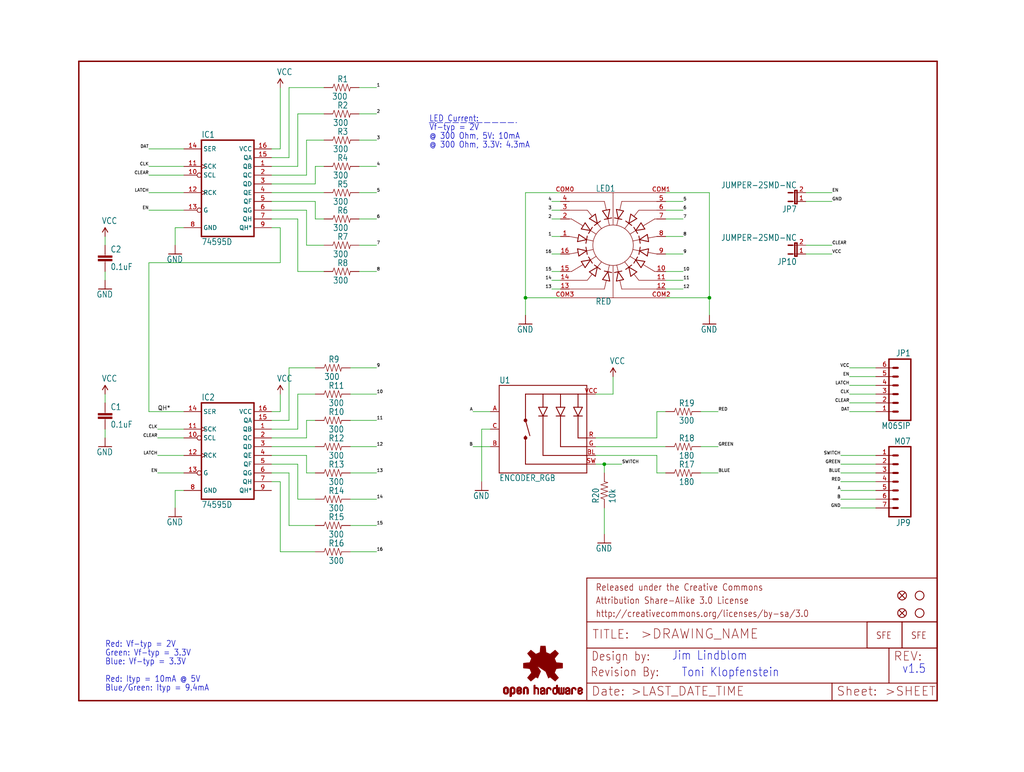
<source format=kicad_sch>
(kicad_sch (version 20211123) (generator eeschema)
  (paper "User" 297.002 223.926)
  (lib_symbols
    (symbol "eagleSchem-eagle-import:0.1UF-25V(+80{slash}-20%)(0603)"
      (property "Reference" "C" (at 1.524 2.921 0))
      (property "Value" "0.1UF-25V(+80{slash}-20%)(0603)" (at 1.524 -2.159 0))
      (symbol "0.1UF-25V(+80{slash}-20%)(0603)_1_0"
        (pin passive line (at 0 5.08 270) (length 2.54) (name "1") (number "1"))
        (pin passive line (at 0 -2.54 90) (length 2.54) (name "2") (number "2"))
      )
    )
    (symbol "eagleSchem-eagle-import:10KOHM1{slash}10W1%(0603)0603"
      (property "Reference" "R" (at -3.81 1.4986 0))
      (property "Value" "10KOHM1{slash}10W1%(0603)0603" (at -3.81 -3.302 0))
      (symbol "10KOHM1{slash}10W1%(0603)0603_1_0"
        (pin passive line (at -5.08 0 0) (length 2.54) (name "1") (number "1"))
        (pin passive line (at 5.08 0 180) (length 2.54) (name "2") (number "2"))
      )
    )
    (symbol "eagleSchem-eagle-import:180OHM1{slash}10W1%(0603)"
      (property "Reference" "R" (at -3.81 1.4986 0))
      (property "Value" "180OHM1{slash}10W1%(0603)" (at -3.81 -3.302 0))
      (symbol "180OHM1{slash}10W1%(0603)_1_0"
        (pin passive line (at -5.08 0 0) (length 2.54) (name "1") (number "1"))
        (pin passive line (at 5.08 0 180) (length 2.54) (name "2") (number "2"))
      )
    )
    (symbol "eagleSchem-eagle-import:300OHM-1{slash}10W-1%(0603)"
      (property "Reference" "R" (at -3.81 1.4986 0))
      (property "Value" "300OHM-1{slash}10W-1%(0603)" (at -3.81 -3.302 0))
      (symbol "300OHM-1{slash}10W-1%(0603)_1_0"
        (pin passive line (at -5.08 0 0) (length 2.54) (name "1") (number "1"))
        (pin passive line (at 5.08 0 180) (length 2.54) (name "2") (number "2"))
      )
    )
    (symbol "eagleSchem-eagle-import:74595D"
      (property "Reference" "IC" (at -5.08 13.335 0))
      (property "Value" "74595D" (at -5.08 -17.78 0))
      (symbol "74595D_1_0"
        (pin tri_state line (at 15.24 5.08 180) (length 5.08) (name "QB") (number "1"))
        (pin input inverted (at -10.16 2.54 0) (length 5.08) (name "SCL") (number "10"))
        (pin input clock (at -10.16 5.08 0) (length 5.08) (name "SCK") (number "11"))
        (pin input clock (at -10.16 -2.54 0) (length 5.08) (name "RCK") (number "12"))
        (pin input inverted (at -10.16 -7.62 0) (length 5.08) (name "G") (number "13"))
        (pin input line (at -10.16 10.16 0) (length 5.08) (name "SER") (number "14"))
        (pin tri_state line (at 15.24 7.62 180) (length 5.08) (name "QA") (number "15"))
        (pin power_in line (at 15.24 10.16 180) (length 5.08) (name "VCC") (number "16"))
        (pin tri_state line (at 15.24 2.54 180) (length 5.08) (name "QC") (number "2"))
        (pin tri_state line (at 15.24 0 180) (length 5.08) (name "QD") (number "3"))
        (pin tri_state line (at 15.24 -2.54 180) (length 5.08) (name "QE") (number "4"))
        (pin tri_state line (at 15.24 -5.08 180) (length 5.08) (name "QF") (number "5"))
        (pin tri_state line (at 15.24 -7.62 180) (length 5.08) (name "QG") (number "6"))
        (pin tri_state line (at 15.24 -10.16 180) (length 5.08) (name "QH") (number "7"))
        (pin power_in line (at -10.16 -12.7 0) (length 5.08) (name "GND") (number "8"))
        (pin tri_state line (at 15.24 -12.7 180) (length 5.08) (name "QH*") (number "9"))
      )
    )
    (symbol "eagleSchem-eagle-import:ENCODER_RGB"
      (property "Reference" "U" (at -12.7 13.208 0))
      (property "Value" "ENCODER_RGB" (at -12.7 -15.113 0))
      (symbol "ENCODER_RGB_1_0"
        (pin bidirectional line (at -15.24 5.08 0) (length 2.54) (name "A") (number "A"))
        (pin bidirectional line (at -15.24 -5.08 0) (length 2.54) (name "B") (number "B"))
        (pin passive line (at 15.24 -7.62 180) (length 2.54) (name "BL") (number "BL"))
        (pin bidirectional line (at -15.24 0 0) (length 2.54) (name "C") (number "C"))
        (pin passive line (at 15.24 -5.08 180) (length 2.54) (name "G") (number "G"))
        (pin passive line (at 15.24 -2.54 180) (length 2.54) (name "R") (number "R"))
        (pin passive line (at 15.24 -10.16 180) (length 2.54) (name "SW") (number "SW"))
        (pin passive line (at 15.24 10.16 180) (length 2.54) (name "VCC") (number "VCC"))
      )
    )
    (symbol "eagleSchem-eagle-import:FIDUCIAL1X2.5")
    (symbol "eagleSchem-eagle-import:FRAME-LETTER"
      (symbol "FRAME-LETTER_2_0"
        (text ">DRAWING_NAME" (at 15.494 17.78 0) (effects (font (size 2.7432 2.7432)) (justify left bottom)))
        (text ">LAST_DATE_TIME" (at 12.7 1.27 0) (effects (font (size 2.54 2.54)) (justify left bottom)))
        (text ">SHEET" (at 86.36 1.27 0) (effects (font (size 2.54 2.54)) (justify left bottom)))
        (text "Attribution Share-Alike 3.0 License" (at 2.54 27.94 0) (effects (font (size 1.9304 1.6408)) (justify left bottom)))
        (text "Date:" (at 1.27 1.27 0) (effects (font (size 2.54 2.54)) (justify left bottom)))
        (text "Design by:" (at 1.27 11.43 0) (effects (font (size 2.54 2.159)) (justify left bottom)))
        (text "http://creativecommons.org/licenses/by-sa/3.0" (at 2.54 24.13 0) (effects (font (size 1.9304 1.6408)) (justify left bottom)))
        (text "Released under the Creative Commons" (at 2.54 31.75 0) (effects (font (size 1.9304 1.6408)) (justify left bottom)))
        (text "REV:" (at 88.9 11.43 0) (effects (font (size 2.54 2.54)) (justify left bottom)))
        (text "Sheet:" (at 72.39 1.27 0) (effects (font (size 2.54 2.54)) (justify left bottom)))
        (text "TITLE:" (at 1.524 17.78 0) (effects (font (size 2.54 2.54)) (justify left bottom)))
      )
    )
    (symbol "eagleSchem-eagle-import:GND" (power)
      (property "Value" "GND" (at -2.54 -2.54 0))
      (symbol "GND_1_0"
        (pin power_in line (at 0 2.54 270) (length 2.54) (name "GND") (number "1"))
      )
    )
    (symbol "eagleSchem-eagle-import:JUMPER-2SMD-NC"
      (property "Reference" "JP" (at -1.27 0 90))
      (property "Value" "JUMPER-2SMD-NC" (at 5.715 0 90))
      (symbol "JUMPER-2SMD-NC_1_0"
        (pin passive line (at 0 -2.54 90) (length 2.54) (name "1") (number "1"))
        (pin passive line (at 2.54 -2.54 90) (length 2.54) (name "2") (number "2"))
      )
    )
    (symbol "eagleSchem-eagle-import:LED_RING"
      (property "Reference" "LED" (at -5.08 15.494 0))
      (property "Value" "LED_RING" (at -5.1054 -17.272 0))
      (symbol "LED_RING_1_0"
        (pin passive line (at -15.24 2.54 0) (length 2.54) (name "1") (number "1"))
        (pin passive line (at 15.24 -7.62 180) (length 2.54) (name "10") (number "10"))
        (pin passive line (at 15.24 -10.16 180) (length 2.54) (name "11") (number "11"))
        (pin passive line (at 15.24 -12.7 180) (length 2.54) (name "12") (number "12"))
        (pin passive line (at -15.24 -12.7 0) (length 2.54) (name "13") (number "13"))
        (pin passive line (at -15.24 -10.16 0) (length 2.54) (name "14") (number "14"))
        (pin passive line (at -15.24 -7.62 0) (length 2.54) (name "15") (number "15"))
        (pin passive line (at -15.24 -2.54 0) (length 2.54) (name "16") (number "16"))
        (pin passive line (at -15.24 7.62 0) (length 2.54) (name "2") (number "2"))
        (pin passive line (at -15.24 10.16 0) (length 2.54) (name "3") (number "3"))
        (pin passive line (at -15.24 12.7 0) (length 2.54) (name "4") (number "4"))
        (pin passive line (at 15.24 12.7 180) (length 2.54) (name "5") (number "5"))
        (pin passive line (at 15.24 10.16 180) (length 2.54) (name "6") (number "6"))
        (pin passive line (at 15.24 7.62 180) (length 2.54) (name "7") (number "7"))
        (pin passive line (at 15.24 2.54 180) (length 2.54) (name "8") (number "8"))
        (pin passive line (at 15.24 -2.54 180) (length 2.54) (name "9") (number "9"))
        (pin passive line (at -15.24 15.24 0) (length 2.54) (name "COM0") (number "COM0"))
        (pin passive line (at 15.24 15.24 180) (length 2.54) (name "COM1") (number "COM1"))
        (pin passive line (at 15.24 -15.24 180) (length 2.54) (name "COM2") (number "COM2"))
        (pin passive line (at -15.24 -15.24 0) (length 2.54) (name "COM3") (number "COM3"))
      )
    )
    (symbol "eagleSchem-eagle-import:LOGO-SFENW2"
      (symbol "LOGO-SFENW2_1_0"
        (text "SFE" (at 0 0 0) (effects (font (size 1.9304 1.6408)) (justify left bottom)))
      )
    )
    (symbol "eagleSchem-eagle-import:LOGO-SFESK"
      (symbol "LOGO-SFESK_1_0"
        (text "SFE" (at 0 0 0) (effects (font (size 1.9304 1.6408)) (justify left bottom)))
      )
    )
    (symbol "eagleSchem-eagle-import:M06SIP"
      (property "Reference" "JP" (at -5.08 10.922 0))
      (property "Value" "M06SIP" (at -5.08 -10.16 0))
      (symbol "M06SIP_1_0"
        (pin passive line (at 5.08 -5.08 180) (length 5.08) (name "1") (number "1"))
        (pin passive line (at 5.08 -2.54 180) (length 5.08) (name "2") (number "2"))
        (pin passive line (at 5.08 0 180) (length 5.08) (name "3") (number "3"))
        (pin passive line (at 5.08 2.54 180) (length 5.08) (name "4") (number "4"))
        (pin passive line (at 5.08 5.08 180) (length 5.08) (name "5") (number "5"))
        (pin passive line (at 5.08 7.62 180) (length 5.08) (name "6") (number "6"))
      )
    )
    (symbol "eagleSchem-eagle-import:M07"
      (property "Reference" "JP" (at -5.08 13.462 0))
      (property "Value" "M07" (at -5.08 -10.16 0))
      (symbol "M07_1_0"
        (pin passive line (at 5.08 -5.08 180) (length 5.08) (name "1") (number "1"))
        (pin passive line (at 5.08 -2.54 180) (length 5.08) (name "2") (number "2"))
        (pin passive line (at 5.08 0 180) (length 5.08) (name "3") (number "3"))
        (pin passive line (at 5.08 2.54 180) (length 5.08) (name "4") (number "4"))
        (pin passive line (at 5.08 5.08 180) (length 5.08) (name "5") (number "5"))
        (pin passive line (at 5.08 7.62 180) (length 5.08) (name "6") (number "6"))
        (pin passive line (at 5.08 10.16 180) (length 5.08) (name "7") (number "7"))
      )
    )
    (symbol "eagleSchem-eagle-import:OSHW-LOGOS")
    (symbol "eagleSchem-eagle-import:REVISION"
      (symbol "REVISION_1_0"
        (text "Revision By: " (at 0 0 0) (effects (font (size 2.54 2.159)) (justify left bottom)))
      )
    )
    (symbol "eagleSchem-eagle-import:STAND-OFF")
    (symbol "eagleSchem-eagle-import:VCC" (power)
      (property "Value" "VCC" (at -1.016 3.556 0))
      (symbol "VCC_1_0"
        (pin power_in line (at 0 0 90) (length 2.54) (name "VCC") (number "1"))
      )
    )
  )
  (junction (at 205.74 86.36))
  (junction (at 152.4 86.36))
  (junction (at 175.26 134.62))
  (wire (pts (xy 53.34 127) (xy 45.72 127)))
  (wire (pts (xy 162.56 81.28) (xy 160.02 81.28)))
  (wire (pts (xy 93.98 25.4) (xy 83.82 25.4)))
  (wire (pts (xy 104.14 71.12) (xy 109.22 71.12)))
  (wire (pts (xy 78.74 48.26) (xy 86.36 48.26)))
  (wire (pts (xy 104.14 55.88) (xy 109.22 55.88)))
  (wire (pts (xy 86.36 124.46) (xy 86.36 114.3)))
  (wire (pts (xy 233.68 58.42) (xy 241.3 58.42)))
  (wire (pts (xy 193.04 78.74) (xy 198.12 78.74)))
  (wire (pts (xy 104.14 40.64) (xy 109.22 40.64)))
  (wire (pts (xy 78.74 58.42) (xy 91.44 58.42)))
  (wire (pts (xy 53.34 43.18) (xy 43.18 43.18)))
  (wire (pts (xy 172.72 127) (xy 190.5 127)))
  (wire (pts (xy 50.8 66.04) (xy 50.8 71.12)))
  (wire (pts (xy 53.34 66.04) (xy 50.8 66.04)))
  (wire (pts (xy 193.04 60.96) (xy 198.12 60.96)))
  (wire (pts (xy 101.6 129.54) (xy 109.22 129.54)))
  (wire (pts (xy 254 106.68) (xy 246.38 106.68)))
  (wire (pts (xy 193.04 55.88) (xy 205.74 55.88)))
  (polyline (pts (xy 124.46 35.56) (xy 149.86 35.56)))
  (wire (pts (xy 162.56 83.82) (xy 160.02 83.82)))
  (wire (pts (xy 83.82 45.72) (xy 78.74 45.72)))
  (wire (pts (xy 78.74 124.46) (xy 86.36 124.46)))
  (wire (pts (xy 53.34 55.88) (xy 43.18 55.88)))
  (wire (pts (xy 101.6 137.16) (xy 109.22 137.16)))
  (wire (pts (xy 91.44 63.5) (xy 93.98 63.5)))
  (wire (pts (xy 50.8 142.24) (xy 50.8 147.32)))
  (wire (pts (xy 142.24 129.54) (xy 137.16 129.54)))
  (wire (pts (xy 190.5 119.38) (xy 193.04 119.38)))
  (wire (pts (xy 53.34 142.24) (xy 50.8 142.24)))
  (wire (pts (xy 175.26 154.94) (xy 175.26 147.32)))
  (wire (pts (xy 83.82 137.16) (xy 83.82 152.4)))
  (wire (pts (xy 190.5 132.08) (xy 190.5 137.16)))
  (wire (pts (xy 30.48 127) (xy 30.48 124.46)))
  (wire (pts (xy 101.6 114.3) (xy 109.22 114.3)))
  (wire (pts (xy 88.9 71.12) (xy 93.98 71.12)))
  (wire (pts (xy 78.74 63.5) (xy 86.36 63.5)))
  (wire (pts (xy 254 139.7) (xy 243.84 139.7)))
  (wire (pts (xy 86.36 134.62) (xy 86.36 144.78)))
  (wire (pts (xy 88.9 137.16) (xy 91.44 137.16)))
  (wire (pts (xy 175.26 137.16) (xy 175.26 134.62)))
  (wire (pts (xy 53.34 132.08) (xy 45.72 132.08)))
  (wire (pts (xy 83.82 25.4) (xy 83.82 45.72)))
  (wire (pts (xy 81.28 119.38) (xy 81.28 114.3)))
  (wire (pts (xy 53.34 124.46) (xy 45.72 124.46)))
  (wire (pts (xy 254 134.62) (xy 243.84 134.62)))
  (wire (pts (xy 78.74 137.16) (xy 83.82 137.16)))
  (wire (pts (xy 53.34 119.38) (xy 43.18 119.38)))
  (wire (pts (xy 53.34 60.96) (xy 43.18 60.96)))
  (wire (pts (xy 254 147.32) (xy 243.84 147.32)))
  (wire (pts (xy 91.44 48.26) (xy 93.98 48.26)))
  (wire (pts (xy 78.74 129.54) (xy 91.44 129.54)))
  (wire (pts (xy 88.9 121.92) (xy 91.44 121.92)))
  (wire (pts (xy 190.5 127) (xy 190.5 119.38)))
  (wire (pts (xy 78.74 53.34) (xy 91.44 53.34)))
  (wire (pts (xy 175.26 134.62) (xy 180.34 134.62)))
  (wire (pts (xy 193.04 63.5) (xy 198.12 63.5)))
  (wire (pts (xy 193.04 58.42) (xy 198.12 58.42)))
  (wire (pts (xy 193.04 86.36) (xy 205.74 86.36)))
  (wire (pts (xy 190.5 137.16) (xy 193.04 137.16)))
  (wire (pts (xy 162.56 73.66) (xy 160.02 73.66)))
  (wire (pts (xy 86.36 48.26) (xy 86.36 33.02)))
  (wire (pts (xy 203.2 129.54) (xy 208.28 129.54)))
  (wire (pts (xy 30.48 81.28) (xy 30.48 78.74)))
  (wire (pts (xy 172.72 114.3) (xy 177.8 114.3)))
  (wire (pts (xy 86.36 114.3) (xy 91.44 114.3)))
  (wire (pts (xy 162.56 55.88) (xy 152.4 55.88)))
  (wire (pts (xy 254 111.76) (xy 246.38 111.76)))
  (wire (pts (xy 83.82 106.68) (xy 91.44 106.68)))
  (wire (pts (xy 88.9 40.64) (xy 93.98 40.64)))
  (wire (pts (xy 142.24 119.38) (xy 137.16 119.38)))
  (wire (pts (xy 83.82 121.92) (xy 83.82 106.68)))
  (wire (pts (xy 78.74 119.38) (xy 81.28 119.38)))
  (wire (pts (xy 139.7 124.46) (xy 139.7 139.7)))
  (wire (pts (xy 86.36 78.74) (xy 93.98 78.74)))
  (wire (pts (xy 101.6 106.68) (xy 109.22 106.68)))
  (wire (pts (xy 86.36 144.78) (xy 91.44 144.78)))
  (wire (pts (xy 53.34 48.26) (xy 43.18 48.26)))
  (wire (pts (xy 53.34 137.16) (xy 45.72 137.16)))
  (wire (pts (xy 162.56 60.96) (xy 160.02 60.96)))
  (wire (pts (xy 81.28 66.04) (xy 81.28 76.2)))
  (wire (pts (xy 254 142.24) (xy 243.84 142.24)))
  (wire (pts (xy 78.74 127) (xy 88.9 127)))
  (wire (pts (xy 91.44 53.34) (xy 91.44 48.26)))
  (wire (pts (xy 88.9 132.08) (xy 88.9 137.16)))
  (wire (pts (xy 78.74 43.18) (xy 81.28 43.18)))
  (wire (pts (xy 162.56 78.74) (xy 160.02 78.74)))
  (wire (pts (xy 78.74 139.7) (xy 81.28 139.7)))
  (wire (pts (xy 254 137.16) (xy 243.84 137.16)))
  (wire (pts (xy 78.74 60.96) (xy 88.9 60.96)))
  (wire (pts (xy 162.56 86.36) (xy 152.4 86.36)))
  (wire (pts (xy 172.72 132.08) (xy 190.5 132.08)))
  (wire (pts (xy 172.72 129.54) (xy 193.04 129.54)))
  (wire (pts (xy 233.68 71.12) (xy 241.3 71.12)))
  (wire (pts (xy 88.9 60.96) (xy 88.9 71.12)))
  (wire (pts (xy 203.2 137.16) (xy 208.28 137.16)))
  (wire (pts (xy 254 109.22) (xy 246.38 109.22)))
  (wire (pts (xy 81.28 139.7) (xy 81.28 160.02)))
  (wire (pts (xy 81.28 160.02) (xy 91.44 160.02)))
  (wire (pts (xy 30.48 68.58) (xy 30.48 71.12)))
  (wire (pts (xy 30.48 114.3) (xy 30.48 116.84)))
  (wire (pts (xy 88.9 50.8) (xy 88.9 40.64)))
  (wire (pts (xy 101.6 121.92) (xy 109.22 121.92)))
  (wire (pts (xy 152.4 86.36) (xy 152.4 91.44)))
  (wire (pts (xy 193.04 73.66) (xy 198.12 73.66)))
  (wire (pts (xy 83.82 152.4) (xy 91.44 152.4)))
  (wire (pts (xy 193.04 68.58) (xy 198.12 68.58)))
  (wire (pts (xy 193.04 81.28) (xy 198.12 81.28)))
  (wire (pts (xy 104.14 78.74) (xy 109.22 78.74)))
  (wire (pts (xy 233.68 73.66) (xy 241.3 73.66)))
  (wire (pts (xy 205.74 55.88) (xy 205.74 86.36)))
  (wire (pts (xy 78.74 121.92) (xy 83.82 121.92)))
  (wire (pts (xy 152.4 55.88) (xy 152.4 86.36)))
  (wire (pts (xy 254 116.84) (xy 246.38 116.84)))
  (wire (pts (xy 101.6 160.02) (xy 109.22 160.02)))
  (wire (pts (xy 86.36 63.5) (xy 86.36 78.74)))
  (wire (pts (xy 162.56 58.42) (xy 160.02 58.42)))
  (wire (pts (xy 193.04 83.82) (xy 198.12 83.82)))
  (wire (pts (xy 81.28 76.2) (xy 43.18 76.2)))
  (wire (pts (xy 162.56 68.58) (xy 160.02 68.58)))
  (wire (pts (xy 101.6 152.4) (xy 109.22 152.4)))
  (wire (pts (xy 81.28 43.18) (xy 81.28 25.4)))
  (wire (pts (xy 254 132.08) (xy 243.84 132.08)))
  (wire (pts (xy 172.72 134.62) (xy 175.26 134.62)))
  (wire (pts (xy 104.14 25.4) (xy 109.22 25.4)))
  (wire (pts (xy 91.44 58.42) (xy 91.44 63.5)))
  (wire (pts (xy 88.9 127) (xy 88.9 121.92)))
  (wire (pts (xy 104.14 63.5) (xy 109.22 63.5)))
  (wire (pts (xy 78.74 50.8) (xy 88.9 50.8)))
  (wire (pts (xy 104.14 48.26) (xy 109.22 48.26)))
  (wire (pts (xy 78.74 55.88) (xy 93.98 55.88)))
  (wire (pts (xy 203.2 119.38) (xy 208.28 119.38)))
  (wire (pts (xy 142.24 124.46) (xy 139.7 124.46)))
  (wire (pts (xy 177.8 114.3) (xy 177.8 109.22)))
  (wire (pts (xy 162.56 63.5) (xy 160.02 63.5)))
  (wire (pts (xy 254 144.78) (xy 243.84 144.78)))
  (wire (pts (xy 254 114.3) (xy 246.38 114.3)))
  (wire (pts (xy 78.74 66.04) (xy 81.28 66.04)))
  (wire (pts (xy 53.34 50.8) (xy 43.18 50.8)))
  (wire (pts (xy 43.18 76.2) (xy 43.18 119.38)))
  (wire (pts (xy 233.68 55.88) (xy 241.3 55.88)))
  (wire (pts (xy 78.74 134.62) (xy 86.36 134.62)))
  (wire (pts (xy 205.74 86.36) (xy 205.74 91.44)))
  (wire (pts (xy 101.6 144.78) (xy 109.22 144.78)))
  (wire (pts (xy 104.14 33.02) (xy 109.22 33.02)))
  (wire (pts (xy 78.74 132.08) (xy 88.9 132.08)))
  (wire (pts (xy 254 119.38) (xy 246.38 119.38)))
  (wire (pts (xy 86.36 33.02) (xy 93.98 33.02)))
  (text "LED Current:" (at 124.46 35.56 180) (effects (font (size 1.778 1.5113)) (justify left bottom)))
  (text "@ 300 Ohm, 5V: 10mA" (at 124.46 40.64 180) (effects (font (size 1.778 1.5113)) (justify left bottom)))
  (text "@ 300 Ohm, 3.3V: 4.3mA" (at 124.46 43.18 180) (effects (font (size 1.778 1.5113)) (justify left bottom)))
  (text "Green: Vf-typ = 3.3V" (at 30.48 190.5 180) (effects (font (size 1.778 1.5113)) (justify left bottom)))
  (text "Vf-typ = 2V" (at 124.46 38.1 180) (effects (font (size 1.778 1.5113)) (justify left bottom)))
  (text "Red: Ityp = 10mA @ 5V" (at 30.48 198.12 180) (effects (font (size 1.778 1.5113)) (justify left bottom)))
  (text "Jim Lindblom" (at 194.818 191.77 180) (effects (font (size 2.54 2.159)) (justify left bottom)))
  (text "v1.5" (at 261.62 195.58 180) (effects (font (size 2.54 2.159)) (justify left bottom)))
  (text "Blue/Green: Ityp = 9.4mA" (at 30.48 200.66 180) (effects (font (size 1.778 1.5113)) (justify left bottom)))
  (text "Red: Vf-typ = 2V" (at 30.48 187.96 180) (effects (font (size 1.778 1.5113)) (justify left bottom)))
  (text "Toni Klopfenstein" (at 197.612 196.596 180) (effects (font (size 2.54 2.159)) (justify left bottom)))
  (text "Blue: Vf-typ = 3.3V" (at 30.48 193.04 180) (effects (font (size 1.778 1.5113)) (justify left bottom)))
  (label "CLEAR" (at 43.18 50.8 180) (effects (font (size 0.889 0.889))))
  (label "8" (at 198.12 68.58 0) (effects (font (size 0.889 0.889))))
  (label "6" (at 109.22 63.5 0) (effects (font (size 0.889 0.889))))
  (label "GREEN" (at 208.28 129.54 0) (effects (font (size 0.889 0.889))))
  (label "RED" (at 243.84 139.7 180) (effects (font (size 0.889 0.889))))
  (label "3" (at 160.02 60.96 180) (effects (font (size 0.889 0.889))))
  (label "2" (at 109.22 33.02 0) (effects (font (size 0.889 0.889))))
  (label "RED" (at 208.28 119.38 0) (effects (font (size 0.889 0.889))))
  (label "14" (at 160.02 81.28 180) (effects (font (size 0.889 0.889))))
  (label "EN" (at 246.38 109.22 180) (effects (font (size 0.889 0.889))))
  (label "14" (at 109.22 144.78 0) (effects (font (size 0.889 0.889))))
  (label "2" (at 160.02 63.5 180) (effects (font (size 0.889 0.889))))
  (label "LATCH" (at 45.72 132.08 180) (effects (font (size 0.889 0.889))))
  (label "11" (at 198.12 81.28 0) (effects (font (size 0.889 0.889))))
  (label "GND" (at 241.3 58.42 0) (effects (font (size 0.889 0.889))))
  (label "CLEAR" (at 45.72 127 180) (effects (font (size 0.889 0.889))))
  (label "B" (at 243.84 144.78 180) (effects (font (size 0.889 0.889))))
  (label "4" (at 160.02 58.42 180) (effects (font (size 0.889 0.889))))
  (label "BLUE" (at 243.84 137.16 180) (effects (font (size 0.889 0.889))))
  (label "7" (at 109.22 71.12 0) (effects (font (size 0.889 0.889))))
  (label "GREEN" (at 243.84 134.62 180) (effects (font (size 0.889 0.889))))
  (label "VCC" (at 241.3 73.66 0) (effects (font (size 0.889 0.889))))
  (label "DAT" (at 246.38 119.38 180) (effects (font (size 0.889 0.889))))
  (label "16" (at 109.22 160.02 0) (effects (font (size 0.889 0.889))))
  (label "13" (at 109.22 137.16 0) (effects (font (size 0.889 0.889))))
  (label "A" (at 137.16 119.38 180) (effects (font (size 0.889 0.889))))
  (label "3" (at 109.22 40.64 0) (effects (font (size 0.889 0.889))))
  (label "15" (at 160.02 78.74 180) (effects (font (size 0.889 0.889))))
  (label "CLEAR" (at 246.38 116.84 180) (effects (font (size 0.889 0.889))))
  (label "6" (at 198.12 60.96 0) (effects (font (size 0.889 0.889))))
  (label "GND" (at 243.84 147.32 180) (effects (font (size 0.889 0.889))))
  (label "SWITCH" (at 243.84 132.08 180) (effects (font (size 0.889 0.889))))
  (label "1" (at 160.02 68.58 180) (effects (font (size 0.889 0.889))))
  (label "LATCH" (at 246.38 111.76 180) (effects (font (size 0.889 0.889))))
  (label "10" (at 109.22 114.3 0) (effects (font (size 0.889 0.889))))
  (label "B" (at 137.16 129.54 180) (effects (font (size 0.889 0.889))))
  (label "13" (at 160.02 83.82 180) (effects (font (size 0.889 0.889))))
  (label "A" (at 243.84 142.24 180) (effects (font (size 0.889 0.889))))
  (label "EN" (at 43.18 60.96 180) (effects (font (size 0.889 0.889))))
  (label "CLK" (at 246.38 114.3 180) (effects (font (size 0.889 0.889))))
  (label "EN" (at 241.3 55.88 0) (effects (font (size 0.889 0.889))))
  (label "12" (at 198.12 83.82 0) (effects (font (size 0.889 0.889))))
  (label "9" (at 198.12 73.66 0) (effects (font (size 0.889 0.889))))
  (label "CLK" (at 43.18 48.26 180) (effects (font (size 0.889 0.889))))
  (label "10" (at 198.12 78.74 0) (effects (font (size 0.889 0.889))))
  (label "EN" (at 45.72 137.16 180) (effects (font (size 0.889 0.889))))
  (label "8" (at 109.22 78.74 0) (effects (font (size 0.889 0.889))))
  (label "7" (at 198.12 63.5 0) (effects (font (size 0.889 0.889))))
  (label "11" (at 109.22 121.92 0) (effects (font (size 0.889 0.889))))
  (label "BLUE" (at 208.28 137.16 0) (effects (font (size 0.889 0.889))))
  (label "DAT" (at 43.18 43.18 180) (effects (font (size 0.889 0.889))))
  (label "QH*" (at 45.72 119.38 0) (effects (font (size 1.2446 1.2446))))
  (label "5" (at 198.12 58.42 0) (effects (font (size 0.889 0.889))))
  (label "CLK" (at 45.72 124.46 180) (effects (font (size 0.889 0.889))))
  (label "5" (at 109.22 55.88 0) (effects (font (size 0.889 0.889))))
  (label "LATCH" (at 43.18 55.88 180) (effects (font (size 0.889 0.889))))
  (label "9" (at 109.22 106.68 0) (effects (font (size 0.889 0.889))))
  (label "12" (at 109.22 129.54 0) (effects (font (size 0.889 0.889))))
  (label "CLEAR" (at 241.3 71.12 0) (effects (font (size 0.889 0.889))))
  (label "4" (at 109.22 48.26 0) (effects (font (size 0.889 0.889))))
  (label "16" (at 160.02 73.66 180) (effects (font (size 0.889 0.889))))
  (label "SWITCH" (at 180.34 134.62 0) (effects (font (size 0.889 0.889))))
  (label "VCC" (at 246.38 106.68 180) (effects (font (size 0.889 0.889))))
  (label "1" (at 109.22 25.4 0) (effects (font (size 0.889 0.889))))
  (label "15" (at 109.22 152.4 0) (effects (font (size 0.889 0.889))))
  (symbol (lib_id "eagleSchem-eagle-import:GND") (at 175.26 157.48 0) (unit 1)
    (property "Reference" "#GND5" (effects hide))
    (property "Value" "GND" (at 172.72 160.02 0) (effects (font (size 1.778 1.5113)) (justify left bottom)))
    (property "Footprint" "eagleSchem:" (effects hide))
  )
  (symbol (lib_id "eagleSchem-eagle-import:180OHM1{slash}10W1%(0603)") (at 198.12 137.16 0) (unit 1)
    (property "Reference" "R17" (at 196.85 135.6614 0) (effects (font (size 1.778 1.5113)) (justify left bottom)))
    (property "Value" "180" (at 196.85 140.716 0) (effects (font (size 1.778 1.5113)) (justify left bottom)))
    (property "Footprint" "eagleSchem:0603-RES" (effects hide))
  )
  (symbol (lib_id "eagleSchem-eagle-import:M06SIP") (at 259.08 114.3 0) (mirror y) (unit 1)
    (property "Reference" "JP1" (at 264.16 103.378 0) (effects (font (size 1.778 1.5113)) (justify left bottom)))
    (property "Value" "M06SIP" (at 264.16 124.46 0) (effects (font (size 1.778 1.5113)) (justify left bottom)))
    (property "Footprint" "eagleSchem:1X06" (effects hide))
  )
  (symbol (lib_id "eagleSchem-eagle-import:GND") (at 30.48 129.54 0) (unit 1)
    (property "Reference" "#GND7" (effects hide))
    (property "Value" "GND" (at 27.94 132.08 0) (effects (font (size 1.778 1.5113)) (justify left bottom)))
    (property "Footprint" "eagleSchem:" (effects hide))
  )
  (symbol (lib_id "eagleSchem-eagle-import:LOGO-SFENW2") (at 264.16 185.42 0) (unit 1)
    (property "Reference" "JP2" (effects hide))
    (property "Value" "LOGO-SFENW2" (effects hide))
    (property "Footprint" "eagleSchem:SFE-NEW-WEB" (effects hide))
  )
  (symbol (lib_id "eagleSchem-eagle-import:74595D") (at 63.5 53.34 0) (unit 1)
    (property "Reference" "IC1" (at 58.42 40.005 0) (effects (font (size 1.778 1.5113)) (justify left bottom)))
    (property "Value" "74595D" (at 58.42 71.12 0) (effects (font (size 1.778 1.5113)) (justify left bottom)))
    (property "Footprint" "eagleSchem:SO16" (effects hide))
  )
  (symbol (lib_id "eagleSchem-eagle-import:0.1UF-25V(+80{slash}-20%)(0603)") (at 30.48 121.92 0) (unit 1)
    (property "Reference" "C1" (at 32.004 118.999 0) (effects (font (size 1.778 1.5113)) (justify left bottom)))
    (property "Value" "0.1uF" (at 32.004 124.079 0) (effects (font (size 1.778 1.5113)) (justify left bottom)))
    (property "Footprint" "eagleSchem:0603-CAP" (effects hide))
  )
  (symbol (lib_id "eagleSchem-eagle-import:300OHM-1{slash}10W-1%(0603)") (at 96.52 106.68 0) (unit 1)
    (property "Reference" "R9" (at 95.25 105.1814 0) (effects (font (size 1.778 1.5113)) (justify left bottom)))
    (property "Value" "300" (at 93.98 110.236 0) (effects (font (size 1.778 1.5113)) (justify left bottom)))
    (property "Footprint" "eagleSchem:0603-RES" (effects hide))
  )
  (symbol (lib_id "eagleSchem-eagle-import:M07") (at 259.08 137.16 180) (unit 1)
    (property "Reference" "JP9" (at 264.16 150.622 0) (effects (font (size 1.778 1.5113)) (justify left bottom)))
    (property "Value" "M07" (at 264.16 127 0) (effects (font (size 1.778 1.5113)) (justify left bottom)))
    (property "Footprint" "eagleSchem:1X07" (effects hide))
  )
  (symbol (lib_id "eagleSchem-eagle-import:300OHM-1{slash}10W-1%(0603)") (at 99.06 40.64 0) (unit 1)
    (property "Reference" "R3" (at 97.79 39.1414 0) (effects (font (size 1.778 1.5113)) (justify left bottom)))
    (property "Value" "300" (at 96.52 44.196 0) (effects (font (size 1.778 1.5113)) (justify left bottom)))
    (property "Footprint" "eagleSchem:0603-RES" (effects hide))
  )
  (symbol (lib_id "eagleSchem-eagle-import:300OHM-1{slash}10W-1%(0603)") (at 96.52 137.16 0) (unit 1)
    (property "Reference" "R13" (at 95.25 135.6614 0) (effects (font (size 1.778 1.5113)) (justify left bottom)))
    (property "Value" "300" (at 95.25 140.716 0) (effects (font (size 1.778 1.5113)) (justify left bottom)))
    (property "Footprint" "eagleSchem:0603-RES" (effects hide))
  )
  (symbol (lib_id "eagleSchem-eagle-import:10KOHM1{slash}10W1%(0603)0603") (at 175.26 142.24 90) (unit 1)
    (property "Reference" "R20" (at 173.7614 146.05 0) (effects (font (size 1.778 1.5113)) (justify left bottom)))
    (property "Value" "10k" (at 178.562 146.05 0) (effects (font (size 1.778 1.5113)) (justify left bottom)))
    (property "Footprint" "eagleSchem:0603-RES" (effects hide))
  )
  (symbol (lib_id "eagleSchem-eagle-import:JUMPER-2SMD-NC") (at 231.14 73.66 90) (unit 1)
    (property "Reference" "JP10" (at 231.14 74.93 90) (effects (font (size 1.778 1.5113)) (justify left bottom)))
    (property "Value" "JUMPER-2SMD-NC" (at 231.14 67.945 90) (effects (font (size 1.778 1.5113)) (justify left bottom)))
    (property "Footprint" "eagleSchem:SJ_2S" (effects hide))
  )
  (symbol (lib_id "eagleSchem-eagle-import:300OHM-1{slash}10W-1%(0603)") (at 96.52 152.4 0) (unit 1)
    (property "Reference" "R15" (at 95.25 150.9014 0) (effects (font (size 1.778 1.5113)) (justify left bottom)))
    (property "Value" "300" (at 95.25 155.956 0) (effects (font (size 1.778 1.5113)) (justify left bottom)))
    (property "Footprint" "eagleSchem:0603-RES" (effects hide))
  )
  (symbol (lib_id "eagleSchem-eagle-import:VCC") (at 177.8 109.22 0) (unit 1)
    (property "Reference" "#P+5" (effects hide))
    (property "Value" "VCC" (at 176.784 105.664 0) (effects (font (size 1.778 1.5113)) (justify left bottom)))
    (property "Footprint" "eagleSchem:" (effects hide))
  )
  (symbol (lib_id "eagleSchem-eagle-import:VCC") (at 30.48 114.3 0) (unit 1)
    (property "Reference" "#P+4" (effects hide))
    (property "Value" "VCC" (at 29.464 110.744 0) (effects (font (size 1.778 1.5113)) (justify left bottom)))
    (property "Footprint" "eagleSchem:" (effects hide))
  )
  (symbol (lib_id "eagleSchem-eagle-import:0.1UF-25V(+80{slash}-20%)(0603)") (at 30.48 76.2 0) (unit 1)
    (property "Reference" "C2" (at 32.004 73.279 0) (effects (font (size 1.778 1.5113)) (justify left bottom)))
    (property "Value" "0.1uF" (at 32.004 78.359 0) (effects (font (size 1.778 1.5113)) (justify left bottom)))
    (property "Footprint" "eagleSchem:0603-CAP" (effects hide))
  )
  (symbol (lib_id "eagleSchem-eagle-import:FIDUCIAL1X2.5") (at 261.62 172.72 0) (unit 1)
    (property "Reference" "JP8" (effects hide))
    (property "Value" "FIDUCIAL1X2.5" (effects hide))
    (property "Footprint" "eagleSchem:FIDUCIAL-1X2.5" (effects hide))
  )
  (symbol (lib_id "eagleSchem-eagle-import:180OHM1{slash}10W1%(0603)") (at 198.12 129.54 0) (unit 1)
    (property "Reference" "R18" (at 196.85 128.0414 0) (effects (font (size 1.778 1.5113)) (justify left bottom)))
    (property "Value" "180" (at 196.85 133.096 0) (effects (font (size 1.778 1.5113)) (justify left bottom)))
    (property "Footprint" "eagleSchem:0603-RES" (effects hide))
  )
  (symbol (lib_id "eagleSchem-eagle-import:300OHM-1{slash}10W-1%(0603)") (at 96.52 121.92 0) (unit 1)
    (property "Reference" "R10" (at 95.25 120.4214 0) (effects (font (size 1.778 1.5113)) (justify left bottom)))
    (property "Value" "300" (at 95.25 125.476 0) (effects (font (size 1.778 1.5113)) (justify left bottom)))
    (property "Footprint" "eagleSchem:0603-RES" (effects hide))
  )
  (symbol (lib_id "eagleSchem-eagle-import:74595D") (at 63.5 129.54 0) (unit 1)
    (property "Reference" "IC2" (at 58.42 116.205 0) (effects (font (size 1.778 1.5113)) (justify left bottom)))
    (property "Value" "74595D" (at 58.42 147.32 0) (effects (font (size 1.778 1.5113)) (justify left bottom)))
    (property "Footprint" "eagleSchem:SO16" (effects hide))
  )
  (symbol (lib_id "eagleSchem-eagle-import:300OHM-1{slash}10W-1%(0603)") (at 99.06 55.88 0) (unit 1)
    (property "Reference" "R5" (at 97.79 54.3814 0) (effects (font (size 1.778 1.5113)) (justify left bottom)))
    (property "Value" "300" (at 96.52 59.436 0) (effects (font (size 1.778 1.5113)) (justify left bottom)))
    (property "Footprint" "eagleSchem:0603-RES" (effects hide))
  )
  (symbol (lib_id "eagleSchem-eagle-import:ENCODER_RGB") (at 157.48 124.46 0) (unit 1)
    (property "Reference" "U1" (at 144.78 111.252 0) (effects (font (size 1.778 1.5113)) (justify left bottom)))
    (property "Value" "ENCODER_RGB" (at 144.78 139.573 0) (effects (font (size 1.778 1.5113)) (justify left bottom)))
    (property "Footprint" "eagleSchem:ENCODER_LED_RGB" (effects hide))
  )
  (symbol (lib_id "eagleSchem-eagle-import:300OHM-1{slash}10W-1%(0603)") (at 99.06 25.4 0) (unit 1)
    (property "Reference" "R1" (at 97.79 23.9014 0) (effects (font (size 1.778 1.5113)) (justify left bottom)))
    (property "Value" "300" (at 96.266 28.956 0) (effects (font (size 1.778 1.5113)) (justify left bottom)))
    (property "Footprint" "eagleSchem:0603-RES" (effects hide))
  )
  (symbol (lib_id "eagleSchem-eagle-import:VCC") (at 81.28 25.4 0) (unit 1)
    (property "Reference" "#P+1" (effects hide))
    (property "Value" "VCC" (at 80.264 21.844 0) (effects (font (size 1.778 1.5113)) (justify left bottom)))
    (property "Footprint" "eagleSchem:" (effects hide))
  )
  (symbol (lib_id "eagleSchem-eagle-import:LED_RING") (at 177.8 71.12 0) (unit 1)
    (property "Reference" "LED1" (at 172.72 55.626 0) (effects (font (size 1.778 1.5113)) (justify left bottom)))
    (property "Value" "RED" (at 172.6946 88.392 0) (effects (font (size 1.778 1.5113)) (justify left bottom)))
    (property "Footprint" "eagleSchem:LED_RING" (effects hide))
  )
  (symbol (lib_id "eagleSchem-eagle-import:VCC") (at 30.48 68.58 0) (unit 1)
    (property "Reference" "#P+3" (effects hide))
    (property "Value" "VCC" (at 29.464 65.024 0) (effects (font (size 1.778 1.5113)) (justify left bottom)))
    (property "Footprint" "eagleSchem:" (effects hide))
  )
  (symbol (lib_id "eagleSchem-eagle-import:STAND-OFF") (at 266.7 172.72 0) (unit 1)
    (property "Reference" "JP3" (effects hide))
    (property "Value" "STAND-OFF" (effects hide))
    (property "Footprint" "eagleSchem:STAND-OFF" (effects hide))
  )
  (symbol (lib_id "eagleSchem-eagle-import:300OHM-1{slash}10W-1%(0603)") (at 99.06 48.26 0) (unit 1)
    (property "Reference" "R4" (at 97.79 46.7614 0) (effects (font (size 1.778 1.5113)) (justify left bottom)))
    (property "Value" "300" (at 96.52 51.816 0) (effects (font (size 1.778 1.5113)) (justify left bottom)))
    (property "Footprint" "eagleSchem:0603-RES" (effects hide))
  )
  (symbol (lib_id "eagleSchem-eagle-import:STAND-OFF") (at 266.7 177.8 0) (unit 1)
    (property "Reference" "JP4" (effects hide))
    (property "Value" "STAND-OFF" (effects hide))
    (property "Footprint" "eagleSchem:STAND-OFF" (effects hide))
  )
  (symbol (lib_id "eagleSchem-eagle-import:FRAME-LETTER") (at 170.18 203.2 0) (unit 2)
    (property "Reference" "FRAME1" (effects hide))
    (property "Value" "FRAME-LETTER" (effects hide))
    (property "Footprint" "eagleSchem:CREATIVE_COMMONS" (effects hide))
  )
  (symbol (lib_id "eagleSchem-eagle-import:LOGO-SFESK") (at 254 185.42 0) (unit 1)
    (property "Reference" "JP6" (effects hide))
    (property "Value" "LOGO-SFESK" (effects hide))
    (property "Footprint" "eagleSchem:SFE-LOGO-FLAME" (effects hide))
  )
  (symbol (lib_id "eagleSchem-eagle-import:300OHM-1{slash}10W-1%(0603)") (at 99.06 63.5 0) (unit 1)
    (property "Reference" "R6" (at 97.79 62.0014 0) (effects (font (size 1.778 1.5113)) (justify left bottom)))
    (property "Value" "300" (at 96.52 67.056 0) (effects (font (size 1.778 1.5113)) (justify left bottom)))
    (property "Footprint" "eagleSchem:0603-RES" (effects hide))
  )
  (symbol (lib_id "eagleSchem-eagle-import:OSHW-LOGOS") (at 157.48 193.04 0) (unit 1)
    (property "Reference" "U$2" (effects hide))
    (property "Value" "OSHW-LOGOS" (effects hide))
    (property "Footprint" "eagleSchem:OSHW-LOGO-S" (effects hide))
  )
  (symbol (lib_id "eagleSchem-eagle-import:GND") (at 205.74 93.98 0) (unit 1)
    (property "Reference" "#GND4" (effects hide))
    (property "Value" "GND" (at 203.2 96.52 0) (effects (font (size 1.778 1.5113)) (justify left bottom)))
    (property "Footprint" "eagleSchem:" (effects hide))
  )
  (symbol (lib_id "eagleSchem-eagle-import:GND") (at 50.8 149.86 0) (unit 1)
    (property "Reference" "#GND6" (effects hide))
    (property "Value" "GND" (at 48.26 152.4 0) (effects (font (size 1.778 1.5113)) (justify left bottom)))
    (property "Footprint" "eagleSchem:" (effects hide))
  )
  (symbol (lib_id "eagleSchem-eagle-import:GND") (at 30.48 83.82 0) (unit 1)
    (property "Reference" "#GND8" (effects hide))
    (property "Value" "GND" (at 27.94 86.36 0) (effects (font (size 1.778 1.5113)) (justify left bottom)))
    (property "Footprint" "eagleSchem:" (effects hide))
  )
  (symbol (lib_id "eagleSchem-eagle-import:VCC") (at 81.28 114.3 0) (unit 1)
    (property "Reference" "#P+2" (effects hide))
    (property "Value" "VCC" (at 80.264 110.744 0) (effects (font (size 1.778 1.5113)) (justify left bottom)))
    (property "Footprint" "eagleSchem:" (effects hide))
  )
  (symbol (lib_id "eagleSchem-eagle-import:300OHM-1{slash}10W-1%(0603)") (at 96.52 160.02 0) (unit 1)
    (property "Reference" "R16" (at 95.25 158.5214 0) (effects (font (size 1.778 1.5113)) (justify left bottom)))
    (property "Value" "300" (at 95.25 163.576 0) (effects (font (size 1.778 1.5113)) (justify left bottom)))
    (property "Footprint" "eagleSchem:0603-RES" (effects hide))
  )
  (symbol (lib_id "eagleSchem-eagle-import:300OHM-1{slash}10W-1%(0603)") (at 96.52 129.54 0) (unit 1)
    (property "Reference" "R12" (at 95.25 128.0414 0) (effects (font (size 1.778 1.5113)) (justify left bottom)))
    (property "Value" "300" (at 95.25 133.096 0) (effects (font (size 1.778 1.5113)) (justify left bottom)))
    (property "Footprint" "eagleSchem:0603-RES" (effects hide))
  )
  (symbol (lib_id "eagleSchem-eagle-import:GND") (at 139.7 142.24 0) (unit 1)
    (property "Reference" "#GND3" (effects hide))
    (property "Value" "GND" (at 137.16 144.78 0) (effects (font (size 1.778 1.5113)) (justify left bottom)))
    (property "Footprint" "eagleSchem:" (effects hide))
  )
  (symbol (lib_id "eagleSchem-eagle-import:REVISION") (at 171.196 196.342 0) (unit 1)
    (property "Reference" "U$1" (effects hide))
    (property "Value" "REVISION" (effects hide))
    (property "Footprint" "eagleSchem:REVISION" (effects hide))
  )
  (symbol (lib_id "eagleSchem-eagle-import:FIDUCIAL1X2.5") (at 261.62 177.8 0) (unit 1)
    (property "Reference" "JP5" (effects hide))
    (property "Value" "FIDUCIAL1X2.5" (effects hide))
    (property "Footprint" "eagleSchem:FIDUCIAL-1X2.5" (effects hide))
  )
  (symbol (lib_id "eagleSchem-eagle-import:GND") (at 50.8 73.66 0) (unit 1)
    (property "Reference" "#GND1" (effects hide))
    (property "Value" "GND" (at 48.26 76.2 0) (effects (font (size 1.778 1.5113)) (justify left bottom)))
    (property "Footprint" "eagleSchem:" (effects hide))
  )
  (symbol (lib_id "eagleSchem-eagle-import:GND") (at 152.4 93.98 0) (unit 1)
    (property "Reference" "#GND2" (effects hide))
    (property "Value" "GND" (at 149.86 96.52 0) (effects (font (size 1.778 1.5113)) (justify left bottom)))
    (property "Footprint" "eagleSchem:" (effects hide))
  )
  (symbol (lib_id "eagleSchem-eagle-import:300OHM-1{slash}10W-1%(0603)") (at 99.06 33.02 0) (unit 1)
    (property "Reference" "R2" (at 97.79 31.5214 0) (effects (font (size 1.778 1.5113)) (justify left bottom)))
    (property "Value" "300" (at 96.52 36.576 0) (effects (font (size 1.778 1.5113)) (justify left bottom)))
    (property "Footprint" "eagleSchem:0603-RES" (effects hide))
  )
  (symbol (lib_id "eagleSchem-eagle-import:FRAME-LETTER") (at 22.86 203.2 0) (unit 1)
    (property "Reference" "FRAME1" (effects hide))
    (property "Value" "FRAME-LETTER" (effects hide))
    (property "Footprint" "eagleSchem:CREATIVE_COMMONS" (effects hide))
  )
  (symbol (lib_id "eagleSchem-eagle-import:300OHM-1{slash}10W-1%(0603)") (at 96.52 144.78 0) (unit 1)
    (property "Reference" "R14" (at 95.25 143.2814 0) (effects (font (size 1.778 1.5113)) (justify left bottom)))
    (property "Value" "300" (at 95.25 148.336 0) (effects (font (size 1.778 1.5113)) (justify left bottom)))
    (property "Footprint" "eagleSchem:0603-RES" (effects hide))
  )
  (symbol (lib_id "eagleSchem-eagle-import:300OHM-1{slash}10W-1%(0603)") (at 198.12 119.38 0) (unit 1)
    (property "Reference" "R19" (at 196.85 117.8814 0) (effects (font (size 1.778 1.5113)) (justify left bottom)))
    (property "Value" "300" (at 196.85 122.936 0) (effects (font (size 1.778 1.5113)) (justify left bottom)))
    (property "Footprint" "eagleSchem:0603-RES" (effects hide))
  )
  (symbol (lib_id "eagleSchem-eagle-import:JUMPER-2SMD-NC") (at 231.14 58.42 90) (unit 1)
    (property "Reference" "JP7" (at 231.14 59.69 90) (effects (font (size 1.778 1.5113)) (justify left bottom)))
    (property "Value" "JUMPER-2SMD-NC" (at 231.14 52.705 90) (effects (font (size 1.778 1.5113)) (justify left bottom)))
    (property "Footprint" "eagleSchem:SJ_2S" (effects hide))
  )
  (symbol (lib_id "eagleSchem-eagle-import:300OHM-1{slash}10W-1%(0603)") (at 99.06 71.12 0) (unit 1)
    (property "Reference" "R7" (at 97.79 69.6214 0) (effects (font (size 1.778 1.5113)) (justify left bottom)))
    (property "Value" "300" (at 96.52 74.676 0) (effects (font (size 1.778 1.5113)) (justify left bottom)))
    (property "Footprint" "eagleSchem:0603-RES" (effects hide))
  )
  (symbol (lib_id "eagleSchem-eagle-import:300OHM-1{slash}10W-1%(0603)") (at 99.06 78.74 0) (unit 1)
    (property "Reference" "R8" (at 97.79 77.2414 0) (effects (font (size 1.778 1.5113)) (justify left bottom)))
    (property "Value" "300" (at 96.52 82.296 0) (effects (font (size 1.778 1.5113)) (justify left bottom)))
    (property "Footprint" "eagleSchem:0603-RES" (effects hide))
  )
  (symbol (lib_id "eagleSchem-eagle-import:300OHM-1{slash}10W-1%(0603)") (at 96.52 114.3 0) (unit 1)
    (property "Reference" "R11" (at 95.25 112.8014 0) (effects (font (size 1.778 1.5113)) (justify left bottom)))
    (property "Value" "300" (at 95.25 117.856 0) (effects (font (size 1.778 1.5113)) (justify left bottom)))
    (property "Footprint" "eagleSchem:0603-RES" (effects hide))
  )
)
</source>
